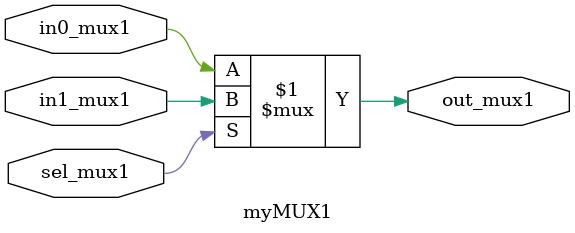
<source format=v>
module myMUX1 (in0_mux1, in1_mux1, sel_mux1, out_mux1);
  input in0_mux1, in1_mux1, sel_mux1;
  output out_mux1;
  
  assign out_mux1 = sel_mux1 ? in1_mux1 : in0_mux1;
endmodule

</source>
